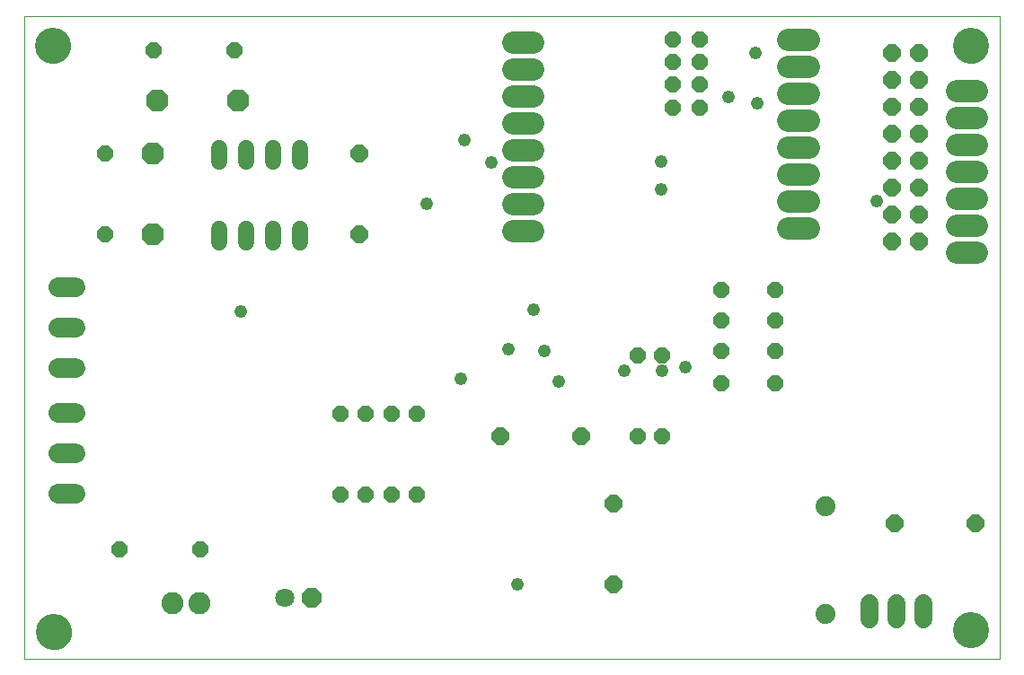
<source format=gbs>
G75*
%MOIN*%
%OFA0B0*%
%FSLAX25Y25*%
%IPPOS*%
%LPD*%
%AMOC8*
5,1,8,0,0,1.08239X$1,22.5*
%
%ADD10C,0.00000*%
%ADD11C,0.13398*%
%ADD12OC8,0.06400*%
%ADD13C,0.08200*%
%ADD14C,0.07400*%
%ADD15C,0.06000*%
%ADD16OC8,0.06000*%
%ADD17OC8,0.08300*%
%ADD18OC8,0.07100*%
%ADD19C,0.07100*%
%ADD20C,0.08200*%
%ADD21C,0.07400*%
%ADD22C,0.06800*%
%ADD23C,0.04800*%
D10*
X0001984Y0001866D02*
X0001984Y0240567D01*
X0363992Y0240567D01*
X0363992Y0001866D01*
X0001984Y0001866D01*
X0006709Y0011827D02*
X0006711Y0011985D01*
X0006717Y0012143D01*
X0006727Y0012301D01*
X0006741Y0012459D01*
X0006759Y0012616D01*
X0006780Y0012773D01*
X0006806Y0012929D01*
X0006836Y0013085D01*
X0006869Y0013240D01*
X0006907Y0013393D01*
X0006948Y0013546D01*
X0006993Y0013698D01*
X0007042Y0013849D01*
X0007095Y0013998D01*
X0007151Y0014146D01*
X0007211Y0014292D01*
X0007275Y0014437D01*
X0007343Y0014580D01*
X0007414Y0014722D01*
X0007488Y0014862D01*
X0007566Y0014999D01*
X0007648Y0015135D01*
X0007732Y0015269D01*
X0007821Y0015400D01*
X0007912Y0015529D01*
X0008007Y0015656D01*
X0008104Y0015781D01*
X0008205Y0015903D01*
X0008309Y0016022D01*
X0008416Y0016139D01*
X0008526Y0016253D01*
X0008639Y0016364D01*
X0008754Y0016473D01*
X0008872Y0016578D01*
X0008993Y0016680D01*
X0009116Y0016780D01*
X0009242Y0016876D01*
X0009370Y0016969D01*
X0009500Y0017059D01*
X0009633Y0017145D01*
X0009768Y0017229D01*
X0009904Y0017308D01*
X0010043Y0017385D01*
X0010184Y0017457D01*
X0010326Y0017527D01*
X0010470Y0017592D01*
X0010616Y0017654D01*
X0010763Y0017712D01*
X0010912Y0017767D01*
X0011062Y0017818D01*
X0011213Y0017865D01*
X0011365Y0017908D01*
X0011518Y0017947D01*
X0011673Y0017983D01*
X0011828Y0018014D01*
X0011984Y0018042D01*
X0012140Y0018066D01*
X0012297Y0018086D01*
X0012455Y0018102D01*
X0012612Y0018114D01*
X0012771Y0018122D01*
X0012929Y0018126D01*
X0013087Y0018126D01*
X0013245Y0018122D01*
X0013404Y0018114D01*
X0013561Y0018102D01*
X0013719Y0018086D01*
X0013876Y0018066D01*
X0014032Y0018042D01*
X0014188Y0018014D01*
X0014343Y0017983D01*
X0014498Y0017947D01*
X0014651Y0017908D01*
X0014803Y0017865D01*
X0014954Y0017818D01*
X0015104Y0017767D01*
X0015253Y0017712D01*
X0015400Y0017654D01*
X0015546Y0017592D01*
X0015690Y0017527D01*
X0015832Y0017457D01*
X0015973Y0017385D01*
X0016112Y0017308D01*
X0016248Y0017229D01*
X0016383Y0017145D01*
X0016516Y0017059D01*
X0016646Y0016969D01*
X0016774Y0016876D01*
X0016900Y0016780D01*
X0017023Y0016680D01*
X0017144Y0016578D01*
X0017262Y0016473D01*
X0017377Y0016364D01*
X0017490Y0016253D01*
X0017600Y0016139D01*
X0017707Y0016022D01*
X0017811Y0015903D01*
X0017912Y0015781D01*
X0018009Y0015656D01*
X0018104Y0015529D01*
X0018195Y0015400D01*
X0018284Y0015269D01*
X0018368Y0015135D01*
X0018450Y0014999D01*
X0018528Y0014862D01*
X0018602Y0014722D01*
X0018673Y0014580D01*
X0018741Y0014437D01*
X0018805Y0014292D01*
X0018865Y0014146D01*
X0018921Y0013998D01*
X0018974Y0013849D01*
X0019023Y0013698D01*
X0019068Y0013546D01*
X0019109Y0013393D01*
X0019147Y0013240D01*
X0019180Y0013085D01*
X0019210Y0012929D01*
X0019236Y0012773D01*
X0019257Y0012616D01*
X0019275Y0012459D01*
X0019289Y0012301D01*
X0019299Y0012143D01*
X0019305Y0011985D01*
X0019307Y0011827D01*
X0019305Y0011669D01*
X0019299Y0011511D01*
X0019289Y0011353D01*
X0019275Y0011195D01*
X0019257Y0011038D01*
X0019236Y0010881D01*
X0019210Y0010725D01*
X0019180Y0010569D01*
X0019147Y0010414D01*
X0019109Y0010261D01*
X0019068Y0010108D01*
X0019023Y0009956D01*
X0018974Y0009805D01*
X0018921Y0009656D01*
X0018865Y0009508D01*
X0018805Y0009362D01*
X0018741Y0009217D01*
X0018673Y0009074D01*
X0018602Y0008932D01*
X0018528Y0008792D01*
X0018450Y0008655D01*
X0018368Y0008519D01*
X0018284Y0008385D01*
X0018195Y0008254D01*
X0018104Y0008125D01*
X0018009Y0007998D01*
X0017912Y0007873D01*
X0017811Y0007751D01*
X0017707Y0007632D01*
X0017600Y0007515D01*
X0017490Y0007401D01*
X0017377Y0007290D01*
X0017262Y0007181D01*
X0017144Y0007076D01*
X0017023Y0006974D01*
X0016900Y0006874D01*
X0016774Y0006778D01*
X0016646Y0006685D01*
X0016516Y0006595D01*
X0016383Y0006509D01*
X0016248Y0006425D01*
X0016112Y0006346D01*
X0015973Y0006269D01*
X0015832Y0006197D01*
X0015690Y0006127D01*
X0015546Y0006062D01*
X0015400Y0006000D01*
X0015253Y0005942D01*
X0015104Y0005887D01*
X0014954Y0005836D01*
X0014803Y0005789D01*
X0014651Y0005746D01*
X0014498Y0005707D01*
X0014343Y0005671D01*
X0014188Y0005640D01*
X0014032Y0005612D01*
X0013876Y0005588D01*
X0013719Y0005568D01*
X0013561Y0005552D01*
X0013404Y0005540D01*
X0013245Y0005532D01*
X0013087Y0005528D01*
X0012929Y0005528D01*
X0012771Y0005532D01*
X0012612Y0005540D01*
X0012455Y0005552D01*
X0012297Y0005568D01*
X0012140Y0005588D01*
X0011984Y0005612D01*
X0011828Y0005640D01*
X0011673Y0005671D01*
X0011518Y0005707D01*
X0011365Y0005746D01*
X0011213Y0005789D01*
X0011062Y0005836D01*
X0010912Y0005887D01*
X0010763Y0005942D01*
X0010616Y0006000D01*
X0010470Y0006062D01*
X0010326Y0006127D01*
X0010184Y0006197D01*
X0010043Y0006269D01*
X0009904Y0006346D01*
X0009768Y0006425D01*
X0009633Y0006509D01*
X0009500Y0006595D01*
X0009370Y0006685D01*
X0009242Y0006778D01*
X0009116Y0006874D01*
X0008993Y0006974D01*
X0008872Y0007076D01*
X0008754Y0007181D01*
X0008639Y0007290D01*
X0008526Y0007401D01*
X0008416Y0007515D01*
X0008309Y0007632D01*
X0008205Y0007751D01*
X0008104Y0007873D01*
X0008007Y0007998D01*
X0007912Y0008125D01*
X0007821Y0008254D01*
X0007732Y0008385D01*
X0007648Y0008519D01*
X0007566Y0008655D01*
X0007488Y0008792D01*
X0007414Y0008932D01*
X0007343Y0009074D01*
X0007275Y0009217D01*
X0007211Y0009362D01*
X0007151Y0009508D01*
X0007095Y0009656D01*
X0007042Y0009805D01*
X0006993Y0009956D01*
X0006948Y0010108D01*
X0006907Y0010261D01*
X0006869Y0010414D01*
X0006836Y0010569D01*
X0006806Y0010725D01*
X0006780Y0010881D01*
X0006759Y0011038D01*
X0006741Y0011195D01*
X0006727Y0011353D01*
X0006717Y0011511D01*
X0006711Y0011669D01*
X0006709Y0011827D01*
X0006315Y0229543D02*
X0006317Y0229701D01*
X0006323Y0229859D01*
X0006333Y0230017D01*
X0006347Y0230175D01*
X0006365Y0230332D01*
X0006386Y0230489D01*
X0006412Y0230645D01*
X0006442Y0230801D01*
X0006475Y0230956D01*
X0006513Y0231109D01*
X0006554Y0231262D01*
X0006599Y0231414D01*
X0006648Y0231565D01*
X0006701Y0231714D01*
X0006757Y0231862D01*
X0006817Y0232008D01*
X0006881Y0232153D01*
X0006949Y0232296D01*
X0007020Y0232438D01*
X0007094Y0232578D01*
X0007172Y0232715D01*
X0007254Y0232851D01*
X0007338Y0232985D01*
X0007427Y0233116D01*
X0007518Y0233245D01*
X0007613Y0233372D01*
X0007710Y0233497D01*
X0007811Y0233619D01*
X0007915Y0233738D01*
X0008022Y0233855D01*
X0008132Y0233969D01*
X0008245Y0234080D01*
X0008360Y0234189D01*
X0008478Y0234294D01*
X0008599Y0234396D01*
X0008722Y0234496D01*
X0008848Y0234592D01*
X0008976Y0234685D01*
X0009106Y0234775D01*
X0009239Y0234861D01*
X0009374Y0234945D01*
X0009510Y0235024D01*
X0009649Y0235101D01*
X0009790Y0235173D01*
X0009932Y0235243D01*
X0010076Y0235308D01*
X0010222Y0235370D01*
X0010369Y0235428D01*
X0010518Y0235483D01*
X0010668Y0235534D01*
X0010819Y0235581D01*
X0010971Y0235624D01*
X0011124Y0235663D01*
X0011279Y0235699D01*
X0011434Y0235730D01*
X0011590Y0235758D01*
X0011746Y0235782D01*
X0011903Y0235802D01*
X0012061Y0235818D01*
X0012218Y0235830D01*
X0012377Y0235838D01*
X0012535Y0235842D01*
X0012693Y0235842D01*
X0012851Y0235838D01*
X0013010Y0235830D01*
X0013167Y0235818D01*
X0013325Y0235802D01*
X0013482Y0235782D01*
X0013638Y0235758D01*
X0013794Y0235730D01*
X0013949Y0235699D01*
X0014104Y0235663D01*
X0014257Y0235624D01*
X0014409Y0235581D01*
X0014560Y0235534D01*
X0014710Y0235483D01*
X0014859Y0235428D01*
X0015006Y0235370D01*
X0015152Y0235308D01*
X0015296Y0235243D01*
X0015438Y0235173D01*
X0015579Y0235101D01*
X0015718Y0235024D01*
X0015854Y0234945D01*
X0015989Y0234861D01*
X0016122Y0234775D01*
X0016252Y0234685D01*
X0016380Y0234592D01*
X0016506Y0234496D01*
X0016629Y0234396D01*
X0016750Y0234294D01*
X0016868Y0234189D01*
X0016983Y0234080D01*
X0017096Y0233969D01*
X0017206Y0233855D01*
X0017313Y0233738D01*
X0017417Y0233619D01*
X0017518Y0233497D01*
X0017615Y0233372D01*
X0017710Y0233245D01*
X0017801Y0233116D01*
X0017890Y0232985D01*
X0017974Y0232851D01*
X0018056Y0232715D01*
X0018134Y0232578D01*
X0018208Y0232438D01*
X0018279Y0232296D01*
X0018347Y0232153D01*
X0018411Y0232008D01*
X0018471Y0231862D01*
X0018527Y0231714D01*
X0018580Y0231565D01*
X0018629Y0231414D01*
X0018674Y0231262D01*
X0018715Y0231109D01*
X0018753Y0230956D01*
X0018786Y0230801D01*
X0018816Y0230645D01*
X0018842Y0230489D01*
X0018863Y0230332D01*
X0018881Y0230175D01*
X0018895Y0230017D01*
X0018905Y0229859D01*
X0018911Y0229701D01*
X0018913Y0229543D01*
X0018911Y0229385D01*
X0018905Y0229227D01*
X0018895Y0229069D01*
X0018881Y0228911D01*
X0018863Y0228754D01*
X0018842Y0228597D01*
X0018816Y0228441D01*
X0018786Y0228285D01*
X0018753Y0228130D01*
X0018715Y0227977D01*
X0018674Y0227824D01*
X0018629Y0227672D01*
X0018580Y0227521D01*
X0018527Y0227372D01*
X0018471Y0227224D01*
X0018411Y0227078D01*
X0018347Y0226933D01*
X0018279Y0226790D01*
X0018208Y0226648D01*
X0018134Y0226508D01*
X0018056Y0226371D01*
X0017974Y0226235D01*
X0017890Y0226101D01*
X0017801Y0225970D01*
X0017710Y0225841D01*
X0017615Y0225714D01*
X0017518Y0225589D01*
X0017417Y0225467D01*
X0017313Y0225348D01*
X0017206Y0225231D01*
X0017096Y0225117D01*
X0016983Y0225006D01*
X0016868Y0224897D01*
X0016750Y0224792D01*
X0016629Y0224690D01*
X0016506Y0224590D01*
X0016380Y0224494D01*
X0016252Y0224401D01*
X0016122Y0224311D01*
X0015989Y0224225D01*
X0015854Y0224141D01*
X0015718Y0224062D01*
X0015579Y0223985D01*
X0015438Y0223913D01*
X0015296Y0223843D01*
X0015152Y0223778D01*
X0015006Y0223716D01*
X0014859Y0223658D01*
X0014710Y0223603D01*
X0014560Y0223552D01*
X0014409Y0223505D01*
X0014257Y0223462D01*
X0014104Y0223423D01*
X0013949Y0223387D01*
X0013794Y0223356D01*
X0013638Y0223328D01*
X0013482Y0223304D01*
X0013325Y0223284D01*
X0013167Y0223268D01*
X0013010Y0223256D01*
X0012851Y0223248D01*
X0012693Y0223244D01*
X0012535Y0223244D01*
X0012377Y0223248D01*
X0012218Y0223256D01*
X0012061Y0223268D01*
X0011903Y0223284D01*
X0011746Y0223304D01*
X0011590Y0223328D01*
X0011434Y0223356D01*
X0011279Y0223387D01*
X0011124Y0223423D01*
X0010971Y0223462D01*
X0010819Y0223505D01*
X0010668Y0223552D01*
X0010518Y0223603D01*
X0010369Y0223658D01*
X0010222Y0223716D01*
X0010076Y0223778D01*
X0009932Y0223843D01*
X0009790Y0223913D01*
X0009649Y0223985D01*
X0009510Y0224062D01*
X0009374Y0224141D01*
X0009239Y0224225D01*
X0009106Y0224311D01*
X0008976Y0224401D01*
X0008848Y0224494D01*
X0008722Y0224590D01*
X0008599Y0224690D01*
X0008478Y0224792D01*
X0008360Y0224897D01*
X0008245Y0225006D01*
X0008132Y0225117D01*
X0008022Y0225231D01*
X0007915Y0225348D01*
X0007811Y0225467D01*
X0007710Y0225589D01*
X0007613Y0225714D01*
X0007518Y0225841D01*
X0007427Y0225970D01*
X0007338Y0226101D01*
X0007254Y0226235D01*
X0007172Y0226371D01*
X0007094Y0226508D01*
X0007020Y0226648D01*
X0006949Y0226790D01*
X0006881Y0226933D01*
X0006817Y0227078D01*
X0006757Y0227224D01*
X0006701Y0227372D01*
X0006648Y0227521D01*
X0006599Y0227672D01*
X0006554Y0227824D01*
X0006513Y0227977D01*
X0006475Y0228130D01*
X0006442Y0228285D01*
X0006412Y0228441D01*
X0006386Y0228597D01*
X0006365Y0228754D01*
X0006347Y0228911D01*
X0006333Y0229069D01*
X0006323Y0229227D01*
X0006317Y0229385D01*
X0006315Y0229543D01*
X0346866Y0229543D02*
X0346868Y0229701D01*
X0346874Y0229859D01*
X0346884Y0230017D01*
X0346898Y0230175D01*
X0346916Y0230332D01*
X0346937Y0230489D01*
X0346963Y0230645D01*
X0346993Y0230801D01*
X0347026Y0230956D01*
X0347064Y0231109D01*
X0347105Y0231262D01*
X0347150Y0231414D01*
X0347199Y0231565D01*
X0347252Y0231714D01*
X0347308Y0231862D01*
X0347368Y0232008D01*
X0347432Y0232153D01*
X0347500Y0232296D01*
X0347571Y0232438D01*
X0347645Y0232578D01*
X0347723Y0232715D01*
X0347805Y0232851D01*
X0347889Y0232985D01*
X0347978Y0233116D01*
X0348069Y0233245D01*
X0348164Y0233372D01*
X0348261Y0233497D01*
X0348362Y0233619D01*
X0348466Y0233738D01*
X0348573Y0233855D01*
X0348683Y0233969D01*
X0348796Y0234080D01*
X0348911Y0234189D01*
X0349029Y0234294D01*
X0349150Y0234396D01*
X0349273Y0234496D01*
X0349399Y0234592D01*
X0349527Y0234685D01*
X0349657Y0234775D01*
X0349790Y0234861D01*
X0349925Y0234945D01*
X0350061Y0235024D01*
X0350200Y0235101D01*
X0350341Y0235173D01*
X0350483Y0235243D01*
X0350627Y0235308D01*
X0350773Y0235370D01*
X0350920Y0235428D01*
X0351069Y0235483D01*
X0351219Y0235534D01*
X0351370Y0235581D01*
X0351522Y0235624D01*
X0351675Y0235663D01*
X0351830Y0235699D01*
X0351985Y0235730D01*
X0352141Y0235758D01*
X0352297Y0235782D01*
X0352454Y0235802D01*
X0352612Y0235818D01*
X0352769Y0235830D01*
X0352928Y0235838D01*
X0353086Y0235842D01*
X0353244Y0235842D01*
X0353402Y0235838D01*
X0353561Y0235830D01*
X0353718Y0235818D01*
X0353876Y0235802D01*
X0354033Y0235782D01*
X0354189Y0235758D01*
X0354345Y0235730D01*
X0354500Y0235699D01*
X0354655Y0235663D01*
X0354808Y0235624D01*
X0354960Y0235581D01*
X0355111Y0235534D01*
X0355261Y0235483D01*
X0355410Y0235428D01*
X0355557Y0235370D01*
X0355703Y0235308D01*
X0355847Y0235243D01*
X0355989Y0235173D01*
X0356130Y0235101D01*
X0356269Y0235024D01*
X0356405Y0234945D01*
X0356540Y0234861D01*
X0356673Y0234775D01*
X0356803Y0234685D01*
X0356931Y0234592D01*
X0357057Y0234496D01*
X0357180Y0234396D01*
X0357301Y0234294D01*
X0357419Y0234189D01*
X0357534Y0234080D01*
X0357647Y0233969D01*
X0357757Y0233855D01*
X0357864Y0233738D01*
X0357968Y0233619D01*
X0358069Y0233497D01*
X0358166Y0233372D01*
X0358261Y0233245D01*
X0358352Y0233116D01*
X0358441Y0232985D01*
X0358525Y0232851D01*
X0358607Y0232715D01*
X0358685Y0232578D01*
X0358759Y0232438D01*
X0358830Y0232296D01*
X0358898Y0232153D01*
X0358962Y0232008D01*
X0359022Y0231862D01*
X0359078Y0231714D01*
X0359131Y0231565D01*
X0359180Y0231414D01*
X0359225Y0231262D01*
X0359266Y0231109D01*
X0359304Y0230956D01*
X0359337Y0230801D01*
X0359367Y0230645D01*
X0359393Y0230489D01*
X0359414Y0230332D01*
X0359432Y0230175D01*
X0359446Y0230017D01*
X0359456Y0229859D01*
X0359462Y0229701D01*
X0359464Y0229543D01*
X0359462Y0229385D01*
X0359456Y0229227D01*
X0359446Y0229069D01*
X0359432Y0228911D01*
X0359414Y0228754D01*
X0359393Y0228597D01*
X0359367Y0228441D01*
X0359337Y0228285D01*
X0359304Y0228130D01*
X0359266Y0227977D01*
X0359225Y0227824D01*
X0359180Y0227672D01*
X0359131Y0227521D01*
X0359078Y0227372D01*
X0359022Y0227224D01*
X0358962Y0227078D01*
X0358898Y0226933D01*
X0358830Y0226790D01*
X0358759Y0226648D01*
X0358685Y0226508D01*
X0358607Y0226371D01*
X0358525Y0226235D01*
X0358441Y0226101D01*
X0358352Y0225970D01*
X0358261Y0225841D01*
X0358166Y0225714D01*
X0358069Y0225589D01*
X0357968Y0225467D01*
X0357864Y0225348D01*
X0357757Y0225231D01*
X0357647Y0225117D01*
X0357534Y0225006D01*
X0357419Y0224897D01*
X0357301Y0224792D01*
X0357180Y0224690D01*
X0357057Y0224590D01*
X0356931Y0224494D01*
X0356803Y0224401D01*
X0356673Y0224311D01*
X0356540Y0224225D01*
X0356405Y0224141D01*
X0356269Y0224062D01*
X0356130Y0223985D01*
X0355989Y0223913D01*
X0355847Y0223843D01*
X0355703Y0223778D01*
X0355557Y0223716D01*
X0355410Y0223658D01*
X0355261Y0223603D01*
X0355111Y0223552D01*
X0354960Y0223505D01*
X0354808Y0223462D01*
X0354655Y0223423D01*
X0354500Y0223387D01*
X0354345Y0223356D01*
X0354189Y0223328D01*
X0354033Y0223304D01*
X0353876Y0223284D01*
X0353718Y0223268D01*
X0353561Y0223256D01*
X0353402Y0223248D01*
X0353244Y0223244D01*
X0353086Y0223244D01*
X0352928Y0223248D01*
X0352769Y0223256D01*
X0352612Y0223268D01*
X0352454Y0223284D01*
X0352297Y0223304D01*
X0352141Y0223328D01*
X0351985Y0223356D01*
X0351830Y0223387D01*
X0351675Y0223423D01*
X0351522Y0223462D01*
X0351370Y0223505D01*
X0351219Y0223552D01*
X0351069Y0223603D01*
X0350920Y0223658D01*
X0350773Y0223716D01*
X0350627Y0223778D01*
X0350483Y0223843D01*
X0350341Y0223913D01*
X0350200Y0223985D01*
X0350061Y0224062D01*
X0349925Y0224141D01*
X0349790Y0224225D01*
X0349657Y0224311D01*
X0349527Y0224401D01*
X0349399Y0224494D01*
X0349273Y0224590D01*
X0349150Y0224690D01*
X0349029Y0224792D01*
X0348911Y0224897D01*
X0348796Y0225006D01*
X0348683Y0225117D01*
X0348573Y0225231D01*
X0348466Y0225348D01*
X0348362Y0225467D01*
X0348261Y0225589D01*
X0348164Y0225714D01*
X0348069Y0225841D01*
X0347978Y0225970D01*
X0347889Y0226101D01*
X0347805Y0226235D01*
X0347723Y0226371D01*
X0347645Y0226508D01*
X0347571Y0226648D01*
X0347500Y0226790D01*
X0347432Y0226933D01*
X0347368Y0227078D01*
X0347308Y0227224D01*
X0347252Y0227372D01*
X0347199Y0227521D01*
X0347150Y0227672D01*
X0347105Y0227824D01*
X0347064Y0227977D01*
X0347026Y0228130D01*
X0346993Y0228285D01*
X0346963Y0228441D01*
X0346937Y0228597D01*
X0346916Y0228754D01*
X0346898Y0228911D01*
X0346884Y0229069D01*
X0346874Y0229227D01*
X0346868Y0229385D01*
X0346866Y0229543D01*
X0346866Y0012614D02*
X0346868Y0012772D01*
X0346874Y0012930D01*
X0346884Y0013088D01*
X0346898Y0013246D01*
X0346916Y0013403D01*
X0346937Y0013560D01*
X0346963Y0013716D01*
X0346993Y0013872D01*
X0347026Y0014027D01*
X0347064Y0014180D01*
X0347105Y0014333D01*
X0347150Y0014485D01*
X0347199Y0014636D01*
X0347252Y0014785D01*
X0347308Y0014933D01*
X0347368Y0015079D01*
X0347432Y0015224D01*
X0347500Y0015367D01*
X0347571Y0015509D01*
X0347645Y0015649D01*
X0347723Y0015786D01*
X0347805Y0015922D01*
X0347889Y0016056D01*
X0347978Y0016187D01*
X0348069Y0016316D01*
X0348164Y0016443D01*
X0348261Y0016568D01*
X0348362Y0016690D01*
X0348466Y0016809D01*
X0348573Y0016926D01*
X0348683Y0017040D01*
X0348796Y0017151D01*
X0348911Y0017260D01*
X0349029Y0017365D01*
X0349150Y0017467D01*
X0349273Y0017567D01*
X0349399Y0017663D01*
X0349527Y0017756D01*
X0349657Y0017846D01*
X0349790Y0017932D01*
X0349925Y0018016D01*
X0350061Y0018095D01*
X0350200Y0018172D01*
X0350341Y0018244D01*
X0350483Y0018314D01*
X0350627Y0018379D01*
X0350773Y0018441D01*
X0350920Y0018499D01*
X0351069Y0018554D01*
X0351219Y0018605D01*
X0351370Y0018652D01*
X0351522Y0018695D01*
X0351675Y0018734D01*
X0351830Y0018770D01*
X0351985Y0018801D01*
X0352141Y0018829D01*
X0352297Y0018853D01*
X0352454Y0018873D01*
X0352612Y0018889D01*
X0352769Y0018901D01*
X0352928Y0018909D01*
X0353086Y0018913D01*
X0353244Y0018913D01*
X0353402Y0018909D01*
X0353561Y0018901D01*
X0353718Y0018889D01*
X0353876Y0018873D01*
X0354033Y0018853D01*
X0354189Y0018829D01*
X0354345Y0018801D01*
X0354500Y0018770D01*
X0354655Y0018734D01*
X0354808Y0018695D01*
X0354960Y0018652D01*
X0355111Y0018605D01*
X0355261Y0018554D01*
X0355410Y0018499D01*
X0355557Y0018441D01*
X0355703Y0018379D01*
X0355847Y0018314D01*
X0355989Y0018244D01*
X0356130Y0018172D01*
X0356269Y0018095D01*
X0356405Y0018016D01*
X0356540Y0017932D01*
X0356673Y0017846D01*
X0356803Y0017756D01*
X0356931Y0017663D01*
X0357057Y0017567D01*
X0357180Y0017467D01*
X0357301Y0017365D01*
X0357419Y0017260D01*
X0357534Y0017151D01*
X0357647Y0017040D01*
X0357757Y0016926D01*
X0357864Y0016809D01*
X0357968Y0016690D01*
X0358069Y0016568D01*
X0358166Y0016443D01*
X0358261Y0016316D01*
X0358352Y0016187D01*
X0358441Y0016056D01*
X0358525Y0015922D01*
X0358607Y0015786D01*
X0358685Y0015649D01*
X0358759Y0015509D01*
X0358830Y0015367D01*
X0358898Y0015224D01*
X0358962Y0015079D01*
X0359022Y0014933D01*
X0359078Y0014785D01*
X0359131Y0014636D01*
X0359180Y0014485D01*
X0359225Y0014333D01*
X0359266Y0014180D01*
X0359304Y0014027D01*
X0359337Y0013872D01*
X0359367Y0013716D01*
X0359393Y0013560D01*
X0359414Y0013403D01*
X0359432Y0013246D01*
X0359446Y0013088D01*
X0359456Y0012930D01*
X0359462Y0012772D01*
X0359464Y0012614D01*
X0359462Y0012456D01*
X0359456Y0012298D01*
X0359446Y0012140D01*
X0359432Y0011982D01*
X0359414Y0011825D01*
X0359393Y0011668D01*
X0359367Y0011512D01*
X0359337Y0011356D01*
X0359304Y0011201D01*
X0359266Y0011048D01*
X0359225Y0010895D01*
X0359180Y0010743D01*
X0359131Y0010592D01*
X0359078Y0010443D01*
X0359022Y0010295D01*
X0358962Y0010149D01*
X0358898Y0010004D01*
X0358830Y0009861D01*
X0358759Y0009719D01*
X0358685Y0009579D01*
X0358607Y0009442D01*
X0358525Y0009306D01*
X0358441Y0009172D01*
X0358352Y0009041D01*
X0358261Y0008912D01*
X0358166Y0008785D01*
X0358069Y0008660D01*
X0357968Y0008538D01*
X0357864Y0008419D01*
X0357757Y0008302D01*
X0357647Y0008188D01*
X0357534Y0008077D01*
X0357419Y0007968D01*
X0357301Y0007863D01*
X0357180Y0007761D01*
X0357057Y0007661D01*
X0356931Y0007565D01*
X0356803Y0007472D01*
X0356673Y0007382D01*
X0356540Y0007296D01*
X0356405Y0007212D01*
X0356269Y0007133D01*
X0356130Y0007056D01*
X0355989Y0006984D01*
X0355847Y0006914D01*
X0355703Y0006849D01*
X0355557Y0006787D01*
X0355410Y0006729D01*
X0355261Y0006674D01*
X0355111Y0006623D01*
X0354960Y0006576D01*
X0354808Y0006533D01*
X0354655Y0006494D01*
X0354500Y0006458D01*
X0354345Y0006427D01*
X0354189Y0006399D01*
X0354033Y0006375D01*
X0353876Y0006355D01*
X0353718Y0006339D01*
X0353561Y0006327D01*
X0353402Y0006319D01*
X0353244Y0006315D01*
X0353086Y0006315D01*
X0352928Y0006319D01*
X0352769Y0006327D01*
X0352612Y0006339D01*
X0352454Y0006355D01*
X0352297Y0006375D01*
X0352141Y0006399D01*
X0351985Y0006427D01*
X0351830Y0006458D01*
X0351675Y0006494D01*
X0351522Y0006533D01*
X0351370Y0006576D01*
X0351219Y0006623D01*
X0351069Y0006674D01*
X0350920Y0006729D01*
X0350773Y0006787D01*
X0350627Y0006849D01*
X0350483Y0006914D01*
X0350341Y0006984D01*
X0350200Y0007056D01*
X0350061Y0007133D01*
X0349925Y0007212D01*
X0349790Y0007296D01*
X0349657Y0007382D01*
X0349527Y0007472D01*
X0349399Y0007565D01*
X0349273Y0007661D01*
X0349150Y0007761D01*
X0349029Y0007863D01*
X0348911Y0007968D01*
X0348796Y0008077D01*
X0348683Y0008188D01*
X0348573Y0008302D01*
X0348466Y0008419D01*
X0348362Y0008538D01*
X0348261Y0008660D01*
X0348164Y0008785D01*
X0348069Y0008912D01*
X0347978Y0009041D01*
X0347889Y0009172D01*
X0347805Y0009306D01*
X0347723Y0009442D01*
X0347645Y0009579D01*
X0347571Y0009719D01*
X0347500Y0009861D01*
X0347432Y0010004D01*
X0347368Y0010149D01*
X0347308Y0010295D01*
X0347252Y0010443D01*
X0347199Y0010592D01*
X0347150Y0010743D01*
X0347105Y0010895D01*
X0347064Y0011048D01*
X0347026Y0011201D01*
X0346993Y0011356D01*
X0346963Y0011512D01*
X0346937Y0011668D01*
X0346916Y0011825D01*
X0346898Y0011982D01*
X0346884Y0012140D01*
X0346874Y0012298D01*
X0346868Y0012456D01*
X0346866Y0012614D01*
D11*
X0353165Y0012614D03*
X0353165Y0229543D03*
X0012614Y0229543D03*
X0013008Y0011827D03*
D12*
X0178717Y0084661D03*
X0208717Y0084661D03*
X0220488Y0059504D03*
X0220488Y0029504D03*
X0324780Y0052378D03*
X0354780Y0052378D03*
X0334071Y0156866D03*
X0324071Y0156866D03*
X0324071Y0166866D03*
X0334071Y0166866D03*
X0334071Y0176866D03*
X0324071Y0176866D03*
X0324071Y0186866D03*
X0334071Y0186866D03*
X0334071Y0196866D03*
X0324071Y0196866D03*
X0324071Y0206866D03*
X0334071Y0206866D03*
X0334071Y0216866D03*
X0324071Y0216866D03*
X0324071Y0226866D03*
X0334071Y0226866D03*
X0126315Y0189701D03*
X0126315Y0159701D03*
D13*
X0183206Y0160921D02*
X0190606Y0160921D01*
X0190606Y0170921D02*
X0183206Y0170921D01*
X0183206Y0180921D02*
X0190606Y0180921D01*
X0190606Y0190921D02*
X0183206Y0190921D01*
X0183206Y0200921D02*
X0190606Y0200921D01*
X0190606Y0210921D02*
X0183206Y0210921D01*
X0183206Y0220921D02*
X0190606Y0220921D01*
X0190606Y0230921D02*
X0183206Y0230921D01*
X0285371Y0231866D02*
X0292771Y0231866D01*
X0292771Y0221866D02*
X0285371Y0221866D01*
X0285371Y0211866D02*
X0292771Y0211866D01*
X0292771Y0201866D02*
X0285371Y0201866D01*
X0285371Y0191866D02*
X0292771Y0191866D01*
X0292771Y0181866D02*
X0285371Y0181866D01*
X0285371Y0171866D02*
X0292771Y0171866D01*
X0292771Y0161866D02*
X0285371Y0161866D01*
X0347891Y0163008D02*
X0355291Y0163008D01*
X0355291Y0173008D02*
X0347891Y0173008D01*
X0347891Y0183008D02*
X0355291Y0183008D01*
X0355291Y0193008D02*
X0347891Y0193008D01*
X0347891Y0203008D02*
X0355291Y0203008D01*
X0355291Y0213008D02*
X0347891Y0213008D01*
X0347891Y0153008D02*
X0355291Y0153008D01*
D14*
X0021032Y0139819D02*
X0014432Y0139819D01*
X0014432Y0124819D02*
X0021032Y0124819D01*
X0021032Y0109819D02*
X0014432Y0109819D01*
X0014432Y0093362D02*
X0021032Y0093362D01*
X0021032Y0078362D02*
X0014432Y0078362D01*
X0014432Y0063362D02*
X0021032Y0063362D01*
D15*
X0074386Y0156431D02*
X0074386Y0161631D01*
X0084386Y0161631D02*
X0084386Y0156431D01*
X0094386Y0156431D02*
X0094386Y0161631D01*
X0104386Y0161631D02*
X0104386Y0156431D01*
X0104386Y0186431D02*
X0104386Y0191631D01*
X0094386Y0191631D02*
X0094386Y0186431D01*
X0084386Y0186431D02*
X0084386Y0191631D01*
X0074386Y0191631D02*
X0074386Y0186431D01*
D16*
X0031906Y0189425D03*
X0031906Y0159425D03*
X0119307Y0092969D03*
X0128756Y0092969D03*
X0138205Y0092969D03*
X0147654Y0092969D03*
X0147654Y0062969D03*
X0138205Y0062969D03*
X0128756Y0062969D03*
X0119307Y0062969D03*
X0067378Y0042535D03*
X0037378Y0042535D03*
X0229543Y0084622D03*
X0238598Y0084622D03*
X0260488Y0104346D03*
X0260488Y0116157D03*
X0260488Y0127575D03*
X0260488Y0138992D03*
X0280488Y0138992D03*
X0280488Y0127575D03*
X0280488Y0116157D03*
X0280488Y0104346D03*
X0238598Y0114622D03*
X0229543Y0114622D03*
X0242654Y0206709D03*
X0252654Y0206709D03*
X0252654Y0215370D03*
X0242654Y0215370D03*
X0242654Y0223638D03*
X0252654Y0223638D03*
X0252654Y0231906D03*
X0242654Y0231906D03*
X0079976Y0227969D03*
X0049976Y0227969D03*
D17*
X0051157Y0209071D03*
X0049622Y0189425D03*
X0081157Y0209071D03*
X0049622Y0159425D03*
D18*
X0108559Y0024425D03*
D19*
X0098559Y0024425D03*
D20*
X0066827Y0022457D03*
X0056827Y0022457D03*
D21*
X0299228Y0018598D03*
X0299228Y0058598D03*
D22*
X0315606Y0022701D02*
X0315606Y0016701D01*
X0325606Y0016701D02*
X0325606Y0022701D01*
X0335606Y0022701D02*
X0335606Y0016701D01*
D23*
X0200213Y0104937D03*
X0194799Y0116256D03*
X0181512Y0116748D03*
X0163795Y0105921D03*
X0190862Y0131512D03*
X0224622Y0108874D03*
X0238598Y0108874D03*
X0247260Y0110252D03*
X0318323Y0171866D03*
X0274031Y0208283D03*
X0263402Y0210646D03*
X0273244Y0226787D03*
X0238205Y0186630D03*
X0238205Y0176394D03*
X0175213Y0186236D03*
X0165370Y0194504D03*
X0151197Y0170882D03*
X0082102Y0131020D03*
X0184957Y0029642D03*
M02*

</source>
